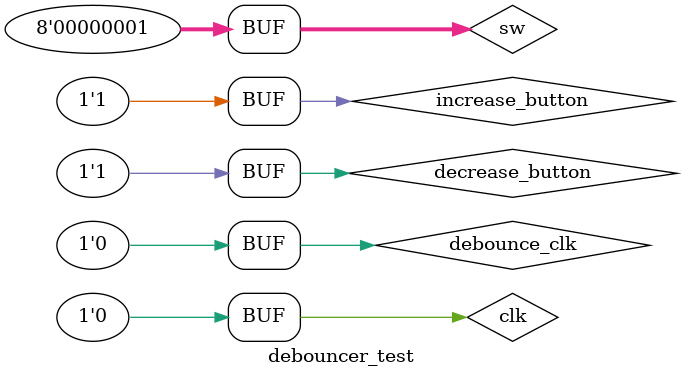
<source format=v>
`timescale 1ns / 1ps


module debouncer_test;

	// Inputs
	reg clk;
	reg debounce_clk;
	reg increase_button;
	reg decrease_button;
	reg [7:0] sw;

	// Outputs
	wire increase;
	wire decrease;
	wire [7:0] color;

	// Instantiate the Unit Under Test (UUT)
	debouncer uut (
		.clk(clk), 
		.debounce_clk(debounce_clk), 
		.increase_button(increase_button), 
		.decrease_button(decrease_button), 
		.sw(sw), 
		.increase(increase), 
		.decrease(decrease), 
		.color(color)
	);

	initial begin
		// Initialize Inputs
		clk = 0;
		debounce_clk = 0;
		increase_button = 0;
		decrease_button = 0;
		sw = 0;

		// Wait 100 ns for global reset to finish
		#100;
        
		// Add stimulus here
		
		// Debounce buttons
		// debounced buttons should only be high for one clock tick
		// color should stay FF until changed
		increase_button = 1;
		decrease_button = 1;
		sw = 8'hFF;
		repeat(10) begin
			#10 clk = 1;
			#10 clk = 0;
			#10 debounce_clk = 1;
			#10 clk = 1;
			#10 clk = 0;
			#10 debounce_clk = 0;
		end
		increase_button = 0;
		decrease_button = 0;
		sw = 8'h0F;
		// Should see new color value
		repeat(2) begin
			#10 clk = 1;
			#10 clk = 0;
			#10 debounce_clk = 1;
			#10 clk = 1;
			#10 clk = 0;
			#10 debounce_clk = 0;
		end
		// One more press of each button, and new color
		increase_button = 1;
		decrease_button = 1;
		sw = 8'h01;
		repeat(10) begin
			#10 clk = 1;
			#10 clk = 0;
			#10 debounce_clk = 1;
			#10 clk = 1;
			#10 clk = 0;
			#10 debounce_clk = 0;
		end
	end
      
endmodule


</source>
